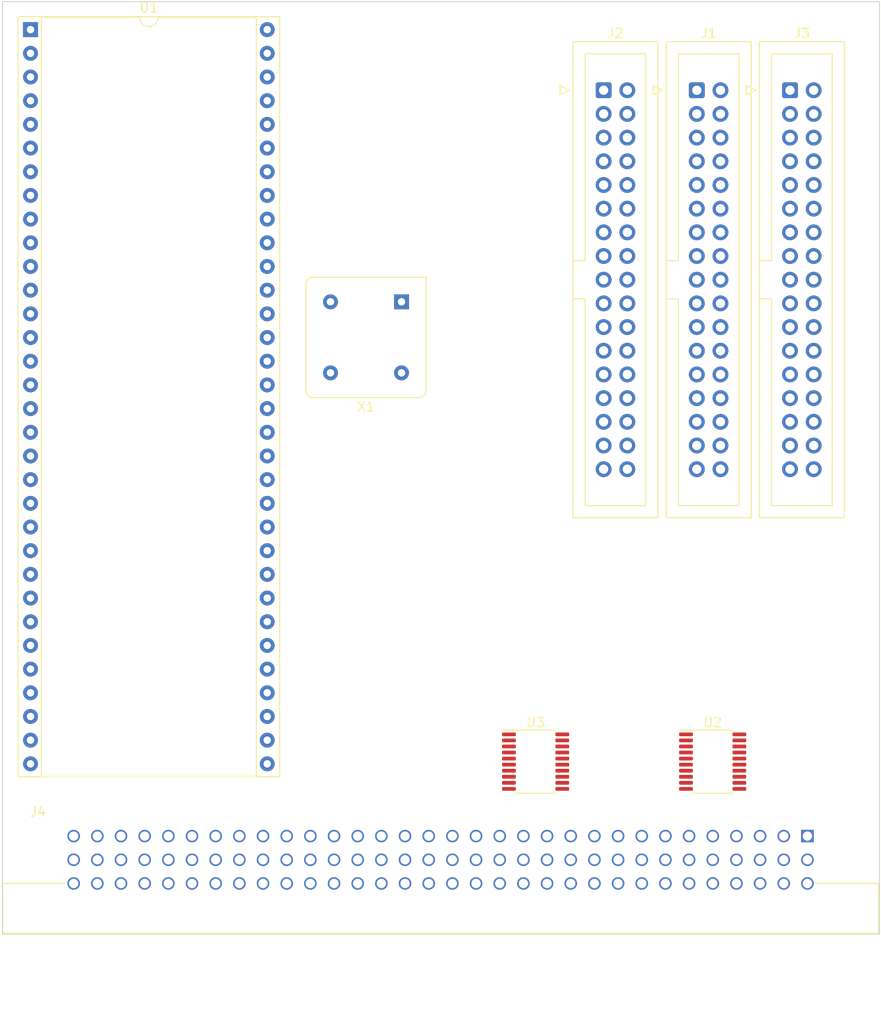
<source format=kicad_pcb>
(kicad_pcb (version 20211014) (generator pcbnew)
  (layers (0 "F.Cu" signal) (31 "B.Cu" signal) (34 "B.Paste" user) (35 "F.Paste" user) (36 "B.SilkS" user "B.Silkscreen") (37 "F.SilkS" user "F.Silkscreen") (38 "B.Mask" user) (39 "F.Mask" user) (44 "Edge.Cuts" user))
  (net 0 "")
  (net 1 "/BUS_A1")
  (net 3 "/BUS_A2")
  (net 5 "/BUS_A3")
  (net 7 "/BUS_A4")
  (net 9 "/BUS_A5")
  (net 10 "+5V")
  (net 11 "/BUS_A6")
  (net 12 "/~{BUS_BERR}")
  (net 13 "/BUS_A7")
  (net 14 "/~{BUS_DTACK}")
  (net 15 "/BUS_A8")
  (net 16 "/BUS_R{slash}~{W}")
  (net 17 "/BUS_A9")
  (net 18 "/~{BUS_LDS}")
  (net 19 "/BUS_A10")
  (net 20 "/~{BUS_UDS}")
  (net 21 "/BUS_A11")
  (net 22 "/~{BUS_AS}")
  (net 23 "/BUS_A12")
  (net 24 "/BUS_A23")
  (net 25 "/BUS_A13")
  (net 26 "/BUS_A22")
  (net 27 "/BUS_A14")
  (net 28 "/BUS_A21")
  (net 29 "/BUS_A15")
  (net 30 "/BUS_A20")
  (net 31 "/BUS_A16")
  (net 32 "/BUS_A19")
  (net 33 "/BUS_A17")
  (net 34 "/BUS_A18")
  (net 35 "/CPU_A1")
  (net 37 "/CPU_A2")
  (net 39 "/CPU_A3")
  (net 41 "/CPU_A4")
  (net 43 "/CPU_A5")
  (net 44 "/DCO")
  (net 45 "/CPU_A6")
  (net 46 "/~{CPU_BERR}")
  (net 47 "/CPU_A7")
  (net 48 "/~{CPU_DTACK}")
  (net 49 "/CPU_A8")
  (net 50 "/CPU_R{slash}~{W}")
  (net 51 "/CPU_A9")
  (net 52 "/~{CPU_LDS}")
  (net 53 "/CPU_A10")
  (net 54 "/~{CPU_UDS}")
  (net 55 "/CPU_A11")
  (net 56 "/~{CPU_AS}")
  (net 57 "/CPU_A12")
  (net 58 "/CPU_A23")
  (net 59 "/CPU_A13")
  (net 60 "/CPU_A22")
  (net 61 "/CPU_A14")
  (net 62 "/CPU_A21")
  (net 63 "/CPU_A15")
  (net 64 "/CPU_A20")
  (net 65 "/CPU_A16")
  (net 66 "/CPU_A19")
  (net 67 "/CPU_A17")
  (net 68 "/CPU_A18")
  (net 71 "/~{BGACK}")
  (net 72 "/~{BG}")
  (net 73 "/~{BR}")
  (net 74 "/D4")
  (net 75 "/D3")
  (net 76 "/D2")
  (net 77 "/D1")
  (net 78 "/D0")
  (net 82 "/CLK")
  (net 83 "GND")
  (net 87 "/E")
  (net 91 "/~{VPA}")
  (net 92 "/FC2")
  (net 93 "/FC1")
  (net 94 "/FC0")
  (net 95 "/D15")
  (net 96 "/D14")
  (net 97 "/D13")
  (net 98 "/D12")
  (net 99 "/D11")
  (net 100 "/D10")
  (net 101 "/D9")
  (net 102 "/D8")
  (net 103 "/D7")
  (net 104 "/D6")
  (net 105 "/D5")
  (net 106 "/~{VMA}")
  (net 107 "/~{IPL2}")
  (net 108 "/~{IPL1}")
  (net 109 "/~{IPL0}")
  (net 110 "/~{RESET}")
  (net 111 "/~{HALT}")
  (net 112 "/CPU_D4")
  (net 114 "/CPU_D3")
  (net 115 "/CPU_D2")
  (net 116 "/CPU_D1")
  (net 117 "/CPU_D0")
  (net 118 "/CPU_D15")
  (net 119 "/CPU_D14")
  (net 120 "/CPU_D13")
  (net 121 "/CPU_D12")
  (net 122 "/CPU_D11")
  (net 123 "/CPU_D10")
  (net 124 "/CPU_D9")
  (net 125 "/CPU_D8")
  (net 126 "/CPU_D7")
  (net 127 "/CPU_D6")
  (net 128 "/CPU_D5")
  (footprint "Connector_IDC:IDC-Header_2x17_P2.54mm_Vertical" (layer "F.Cu") (at 89.5 52.5)
    (fp_text reference "J2" (at 1.27 -6.1) (layer "F.SilkS"))
    (fp_text value "MMU OUT")
    (fp_line (start -4.68 -0.5) (end -4.68 0.5) (layer "F.SilkS") (width 0.12))
    (fp_line (start 5.83 -5.21) (end 5.83 45.85) (layer "F.SilkS") (width 0.12))
    (fp_line (start -3.29 18.27) (end -1.98 18.27) (layer "F.SilkS") (width 0.12))
    (fp_line (start -1.98 22.37) (end -3.29 22.37) (layer "F.SilkS") (width 0.12))
    (fp_line (start -3.29 45.85) (end -3.29 -5.21) (layer "F.SilkS") (width 0.12))
    (fp_line (start 5.83 45.85) (end -3.29 45.85) (layer "F.SilkS") (width 0.12))
    (fp_line (start 4.52 44.55) (end -1.98 44.55) (layer "F.SilkS") (width 0.12))
    (fp_line (start -3.29 -5.21) (end 5.83 -5.21) (layer "F.SilkS") (width 0.12))
    (fp_line (start -1.98 -3.91) (end 4.52 -3.91) (layer "F.SilkS") (width 0.12))
    (fp_line (start -4.68 0.5) (end -3.68 0) (layer "F.SilkS") (width 0.12))
    (fp_line (start -1.98 44.55) (end -1.98 22.37) (layer "F.SilkS") (width 0.12))
    (fp_line (start 4.52 -3.91) (end 4.52 44.55) (layer "F.SilkS") (width 0.12))
    (fp_line (start -3.68 0) (end -4.68 -0.5) (layer "F.SilkS") (width 0.12))
    (fp_line (start -1.98 22.37) (end -1.98 22.37) (layer "F.SilkS") (width 0.12))
    (fp_line (start -1.98 18.27) (end -1.98 -3.91) (layer "F.SilkS") (width 0.12))
    (pad "1" thru_hole roundrect (at 0 0) (size 1.7 1.7) (drill 1) (layers *.Cu *.Mask) (roundrect_rratio 0.1470588235) (net 35 "/CPU_A1"))
    (pad "2" thru_hole circle (at 2.54 0) (size 1.7 1.7) (drill 1) (layers *.Cu *.Mask))
    (pad "3" thru_hole circle (at 0 2.54) (size 1.7 1.7) (drill 1) (layers *.Cu *.Mask) (net 37 "/CPU_A2"))
    (pad "4" thru_hole circle (at 2.54 2.54) (size 1.7 1.7) (drill 1) (layers *.Cu *.Mask))
    (pad "5" thru_hole circle (at 0 5.08) (size 1.7 1.7) (drill 1) (layers *.Cu *.Mask) (net 39 "/CPU_A3"))
    (pad "6" thru_hole circle (at 2.54 5.08) (size 1.7 1.7) (drill 1) (layers *.Cu *.Mask))
    (pad "7" thru_hole circle (at 0 7.62) (size 1.7 1.7) (drill 1) (layers *.Cu *.Mask) (net 41 "/CPU_A4"))
    (pad "8" thru_hole circle (at 2.54 7.62) (size 1.7 1.7) (drill 1) (layers *.Cu *.Mask))
    (pad "9" thru_hole circle (at 0 10.16) (size 1.7 1.7) (drill 1) (layers *.Cu *.Mask) (net 43 "/CPU_A5"))
    (pad "10" thru_hole circle (at 2.54 10.16) (size 1.7 1.7) (drill 1) (layers *.Cu *.Mask) (net 44 "/DCO"))
    (pad "11" thru_hole circle (at 0 12.7) (size 1.7 1.7) (drill 1) (layers *.Cu *.Mask) (net 45 "/CPU_A6"))
    (pad "12" thru_hole circle (at 2.54 12.7) (size 1.7 1.7) (drill 1) (layers *.Cu *.Mask) (net 46 "/~{CPU_BERR}"))
    (pad "13" thru_hole circle (at 0 15.24) (size 1.7 1.7) (drill 1) (layers *.Cu *.Mask) (net 47 "/CPU_A7"))
    (pad "14" thru_hole circle (at 2.54 15.24) (size 1.7 1.7) (drill 1) (layers *.Cu *.Mask) (net 48 "/~{CPU_DTACK}"))
    (pad "15" thru_hole circle (at 0 17.78) (size 1.7 1.7) (drill 1) (layers *.Cu *.Mask) (net 49 "/CPU_A8"))
    (pad "16" thru_hole circle (at 2.54 17.78) (size 1.7 1.7) (drill 1) (layers *.Cu *.Mask) (net 50 "/CPU_R{slash}~{W}"))
    (pad "17" thru_hole circle (at 0 20.32) (size 1.7 1.7) (drill 1) (layers *.Cu *.Mask) (net 51 "/CPU_A9"))
    (pad "18" thru_hole circle (at 2.54 20.32) (size 1.7 1.7) (drill 1) (layers *.Cu *.Mask) (net 52 "/~{CPU_LDS}"))
    (pad "19" thru_hole circle (at 0 22.86) (size 1.7 1.7) (drill 1) (layers *.Cu *.Mask) (net 53 "/CPU_A10"))
    (pad "20" thru_hole circle (at 2.54 22.86) (size 1.7 1.7) (drill 1) (layers *.Cu *.Mask) (net 54 "/~{CPU_UDS}"))
    (pad "21" thru_hole circle (at 0 25.4) (size 1.7 1.7) (drill 1) (layers *.Cu *.Mask) (net 55 "/CPU_A11"))
    (pad "22" thru_hole circle (at 2.54 25.4) (size 1.7 1.7) (drill 1) (layers *.Cu *.Mask) (net 56 "/~{CPU_AS}"))
    (pad "23" thru_hole circle (at 0 27.94) (size 1.7 1.7) (drill 1) (layers *.Cu *.Mask) (net 57 "/CPU_A12"))
    (pad "24" thru_hole circle (at 2.54 27.94) (size 1.7 1.7) (drill 1) (layers *.Cu *.Mask) (net 58 "/CPU_A23"))
    (pad "25" thru_hole circle (at 0 30.48) (size 1.7 1.7) (drill 1) (layers *.Cu *.Mask) (net 59 "/CPU_A13"))
    (pad "26" thru_hole circle (at 2.54 30.48) (size 1.7 1.7) (drill 1) (layers *.Cu *.Mask) (net 60 "/CPU_A22"))
    (pad "27" thru_hole circle (at 0 33.02) (size 1.7 1.7) (drill 1) (layers *.Cu *.Mask) (net 61 "/CPU_A14"))
    (pad "28" thru_hole circle (at 2.54 33.02) (size 1.7 1.7) (drill 1) (layers *.Cu *.Mask) (net 62 "/CPU_A21"))
    (pad "29" thru_hole circle (at 0 35.56) (size 1.7 1.7) (drill 1) (layers *.Cu *.Mask) (net 63 "/CPU_A15"))
    (pad "30" thru_hole circle (at 2.54 35.56) (size 1.7 1.7) (drill 1) (layers *.Cu *.Mask) (net 64 "/CPU_A20"))
    (pad "31" thru_hole circle (at 0 38.1) (size 1.7 1.7) (drill 1) (layers *.Cu *.Mask) (net 65 "/CPU_A16"))
    (pad "32" thru_hole circle (at 2.54 38.1) (size 1.7 1.7) (drill 1) (layers *.Cu *.Mask) (net 66 "/CPU_A19"))
    (pad "33" thru_hole circle (at 0 40.64) (size 1.7 1.7) (drill 1) (layers *.Cu *.Mask) (net 67 "/CPU_A17"))
    (pad "34" thru_hole circle (at 2.54 40.64) (size 1.7 1.7) (drill 1) (layers *.Cu *.Mask) (net 68 "/CPU_A18"))
  )
  (footprint "536366-6:TE_536366-6" (layer "F.Cu") (at 111.37 132.4875)
    (fp_text reference "J4" (at -82.57 -2.5875) (layer "F.SilkS"))
    (fp_text value "Bus_CPU")
    (fp_line (start -86.37 5.08) (end -79.735 5.08) (layer "F.SilkS") (width 0.127))
    (fp_line (start 0.995 5.08) (end 7.63 5.08) (layer "F.SilkS") (width 0.127))
    (fp_line (start -86.37 10.39) (end 7.63 10.39) (layer "F.SilkS") (width 0.127))
    (fp_line (start 7.63 5.08) (end 7.63 10.39) (layer "F.SilkS") (width 0.127))
    (fp_line (start -86.37 10.39) (end -86.37 5.08) (layer "F.SilkS") (width 0.127))
    (pad "" np_thru_hole circle (at -83.82 7.62) (size 2.79 2.79) (drill 2.79) (layers *.Cu *.Mask))
    (pad "" np_thru_hole circle (at 5.08 7.62) (size 2.79 2.79) (drill 2.79) (layers *.Cu *.Mask))
    (pad "A1" thru_hole rect (at 0 0) (size 1.35 1.35) (drill 1) (layers *.Cu *.Mask) (net 1 "/BUS_A1"))
    (pad "A2" thru_hole circle (at -2.54 0) (size 1.35 1.35) (drill 1) (layers *.Cu *.Mask) (net 3 "/BUS_A2"))
    (pad "A3" thru_hole circle (at -5.08 0) (size 1.35 1.35) (drill 1) (layers *.Cu *.Mask) (net 5 "/BUS_A3"))
    (pad "A4" thru_hole circle (at -7.62 0) (size 1.35 1.35) (drill 1) (layers *.Cu *.Mask) (net 7 "/BUS_A4"))
    (pad "A5" thru_hole circle (at -10.16 0) (size 1.35 1.35) (drill 1) (layers *.Cu *.Mask) (net 9 "/BUS_A5"))
    (pad "A6" thru_hole circle (at -12.7 0) (size 1.35 1.35) (drill 1) (layers *.Cu *.Mask) (net 11 "/BUS_A6"))
    (pad "A7" thru_hole circle (at -15.24 0) (size 1.35 1.35) (drill 1) (layers *.Cu *.Mask) (net 13 "/BUS_A7"))
    (pad "A8" thru_hole circle (at -17.78 0) (size 1.35 1.35) (drill 1) (layers *.Cu *.Mask) (net 15 "/BUS_A8"))
    (pad "A9" thru_hole circle (at -20.32 0) (size 1.35 1.35) (drill 1) (layers *.Cu *.Mask) (net 17 "/BUS_A9"))
    (pad "A10" thru_hole circle (at -22.86 0) (size 1.35 1.35) (drill 1) (layers *.Cu *.Mask) (net 19 "/BUS_A10"))
    (pad "A11" thru_hole circle (at -25.4 0) (size 1.35 1.35) (drill 1) (layers *.Cu *.Mask) (net 21 "/BUS_A11"))
    (pad "A12" thru_hole circle (at -27.94 0) (size 1.35 1.35) (drill 1) (layers *.Cu *.Mask) (net 23 "/BUS_A12"))
    (pad "A13" thru_hole circle (at -30.48 0) (size 1.35 1.35) (drill 1) (layers *.Cu *.Mask) (net 25 "/BUS_A13"))
    (pad "A14" thru_hole circle (at -33.02 0) (size 1.35 1.35) (drill 1) (layers *.Cu *.Mask) (net 27 "/BUS_A14"))
    (pad "A15" thru_hole circle (at -35.56 0) (size 1.35 1.35) (drill 1) (layers *.Cu *.Mask) (net 29 "/BUS_A15"))
    (pad "A16" thru_hole circle (at -38.1 0) (size 1.35 1.35) (drill 1) (layers *.Cu *.Mask) (net 31 "/BUS_A16"))
    (pad "A17" thru_hole circle (at -40.64 0) (size 1.35 1.35) (drill 1) (layers *.Cu *.Mask) (net 33 "/BUS_A17"))
    (pad "A18" thru_hole circle (at -43.18 0) (size 1.35 1.35) (drill 1) (layers *.Cu *.Mask) (net 34 "/BUS_A18"))
    (pad "A19" thru_hole circle (at -45.72 0) (size 1.35 1.35) (drill 1) (layers *.Cu *.Mask) (net 32 "/BUS_A19"))
    (pad "A20" thru_hole circle (at -48.26 0) (size 1.35 1.35) (drill 1) (layers *.Cu *.Mask) (net 30 "/BUS_A20"))
    (pad "A21" thru_hole circle (at -50.8 0) (size 1.35 1.35) (drill 1) (layers *.Cu *.Mask) (net 28 "/BUS_A21"))
    (pad "A22" thru_hole circle (at -53.34 0) (size 1.35 1.35) (drill 1) (layers *.Cu *.Mask) (net 26 "/BUS_A22"))
    (pad "A23" thru_hole circle (at -55.88 0) (size 1.35 1.35) (drill 1) (layers *.Cu *.Mask) (net 24 "/BUS_A23"))
    (pad "A24" thru_hole circle (at -58.42 0) (size 1.35 1.35) (drill 1) (layers *.Cu *.Mask))
    (pad "A25" thru_hole circle (at -60.96 0) (size 1.35 1.35) (drill 1) (layers *.Cu *.Mask))
    (pad "A26" thru_hole circle (at -63.5 0) (size 1.35 1.35) (drill 1) (layers *.Cu *.Mask))
    (pad "A27" thru_hole circle (at -66.04 0) (size 1.35 1.35) (drill 1) (layers *.Cu *.Mask))
    (pad "A28" thru_hole circle (at -68.58 0) (size 1.35 1.35) (drill 1) (layers *.Cu *.Mask))
    (pad "A29" thru_hole circle (at -71.12 0) (size 1.35 1.35) (drill 1) (layers *.Cu *.Mask))
    (pad "A30" thru_hole circle (at -73.66 0) (size 1.35 1.35) (drill 1) (layers *.Cu *.Mask))
    (pad "A31" thru_hole circle (at -76.2 0) (size 1.35 1.35) (drill 1) (layers *.Cu *.Mask))
    (pad "A32" thru_hole circle (at -78.74 0) (size 1.35 1.35) (drill 1) (layers *.Cu *.Mask) (net 78 "/D0"))
    (pad "B1" thru_hole circle (at 0 2.54) (size 1.35 1.35) (drill 1) (layers *.Cu *.Mask) (net 77 "/D1"))
    (pad "B2" thru_hole circle (at -2.54 2.54) (size 1.35 1.35) (drill 1) (layers *.Cu *.Mask) (net 76 "/D2"))
    (pad "B3" thru_hole circle (at -5.08 2.54) (size 1.35 1.35) (drill 1) (layers *.Cu *.Mask) (net 75 "/D3"))
    (pad "B4" thru_hole circle (at -7.62 2.54) (size 1.35 1.35) (drill 1) (layers *.Cu *.Mask) (net 74 "/D4"))
    (pad "B5" thru_hole circle (at -10.16 2.54) (size 1.35 1.35) (drill 1) (layers *.Cu *.Mask) (net 105 "/D5"))
    (pad "B6" thru_hole circle (at -12.7 2.54) (size 1.35 1.35) (drill 1) (layers *.Cu *.Mask) (net 104 "/D6"))
    (pad "B7" thru_hole circle (at -15.24 2.54) (size 1.35 1.35) (drill 1) (layers *.Cu *.Mask) (net 103 "/D7"))
    (pad "B8" thru_hole circle (at -17.78 2.54) (size 1.35 1.35) (drill 1) (layers *.Cu *.Mask) (net 102 "/D8"))
    (pad "B9" thru_hole circle (at -20.32 2.54) (size 1.35 1.35) (drill 1) (layers *.Cu *.Mask) (net 101 "/D9"))
    (pad "B10" thru_hole circle (at -22.86 2.54) (size 1.35 1.35) (drill 1) (layers *.Cu *.Mask) (net 100 "/D10"))
    (pad "B11" thru_hole circle (at -25.4 2.54) (size 1.35 1.35) (drill 1) (layers *.Cu *.Mask) (net 99 "/D11"))
    (pad "B12" thru_hole circle (at -27.94 2.54) (size 1.35 1.35) (drill 1) (layers *.Cu *.Mask) (net 98 "/D12"))
    (pad "B13" thru_hole circle (at -30.48 2.54) (size 1.35 1.35) (drill 1) (layers *.Cu *.Mask) (net 97 "/D13"))
    (pad "B14" thru_hole circle (at -33.02 2.54) (size 1.35 1.35) (drill 1) (layers *.Cu *.Mask) (net 96 "/D14"))
    (pad "B15" thru_hole circle (at -35.56 2.54) (size 1.35 1.35) (drill 1) (layers *.Cu *.Mask) (net 95 "/D15"))
    (pad "B16" thru_hole circle (at -38.1 2.54) (size 1.35 1.35) (drill 1) (layers *.Cu *.Mask) (net 12 "/~{BUS_BERR}"))
    (pad "B17" thru_hole circle (at -40.64 2.54) (size 1.35 1.35) (drill 1) (layers *.Cu *.Mask) (net 14 "/~{BUS_DTACK}"))
    (pad "B18" thru_hole circle (at -43.18 2.54) (size 1.35 1.35) (drill 1) (layers *.Cu *.Mask))
    (pad "B19" thru_hole circle (at -45.72 2.54) (size 1.35 1.35) (drill 1) (layers *.Cu *.Mask) (net 20 "/~{BUS_UDS}"))
    (pad "B20" thru_hole circle (at -48.26 2.54) (size 1.35 1.35) (drill 1) (layers *.Cu *.Mask) (net 18 "/~{BUS_LDS}"))
    (pad "B21" thru_hole circle (at -50.8 2.54) (size 1.35 1.35) (drill 1) (layers *.Cu *.Mask) (net 16 "/BUS_R{slash}~{W}"))
    (pad "B22" thru_hole circle (at -53.34 2.54) (size 1.35 1.35) (drill 1) (layers *.Cu *.Mask) (net 91 "/~{VPA}"))
    (pad "B23" thru_hole circle (at -55.88 2.54) (size 1.35 1.35) (drill 1) (layers *.Cu *.Mask) (net 87 "/E"))
    (pad "B24" thru_hole circle (at -58.42 2.54) (size 1.35 1.35) (drill 1) (layers *.Cu *.Mask) (net 106 "/~{VMA}"))
    (pad "B25" thru_hole circle (at -60.96 2.54) (size 1.35 1.35) (drill 1) (layers *.Cu *.Mask) (net 92 "/FC2"))
    (pad "B26" thru_hole circle (at -63.5 2.54) (size 1.35 1.35) (drill 1) (layers *.Cu *.Mask) (net 93 "/FC1"))
    (pad "B27" thru_hole circle (at -66.04 2.54) (size 1.35 1.35) (drill 1) (layers *.Cu *.Mask) (net 94 "/FC0"))
    (pad "B28" thru_hole circle (at -68.58 2.54) (size 1.35 1.35) (drill 1) (layers *.Cu *.Mask))
    (pad "B29" thru_hole circle (at -71.12 2.54) (size 1.35 1.35) (drill 1) (layers *.Cu *.Mask))
    (pad "B30" thru_hole circle (at -73.66 2.54) (size 1.35 1.35) (drill 1) (layers *.Cu *.Mask))
    (pad "B31" thru_hole circle (at -76.2 2.54) (size 1.35 1.35) (drill 1) (layers *.Cu *.Mask) (net 107 "/~{IPL2}"))
    (pad "B32" thru_hole circle (at -78.74 2.54) (size 1.35 1.35) (drill 1) (layers *.Cu *.Mask) (net 108 "/~{IPL1}"))
    (pad "C1" thru_hole circle (at 0 5.08) (size 1.35 1.35) (drill 1) (layers *.Cu *.Mask) (net 109 "/~{IPL0}"))
    (pad "C2" thru_hole circle (at -2.54 5.08) (size 1.35 1.35) (drill 1) (layers *.Cu *.Mask) (net 82 "/CLK"))
    (pad "C3" thru_hole circle (at -5.08 5.08) (size 1.35 1.35) (drill 1) (layers *.Cu *.Mask) (net 83 "GND"))
    (pad "C4" thru_hole circle (at -7.62 5.08) (size 1.35 1.35) (drill 1) (layers *.Cu *.Mask) (net 10 "+5V"))
    (pad "C5" thru_hole circle (at -10.16 5.08) (size 1.35 1.35) (drill 1) (layers *.Cu *.Mask))
    (pad "C6" thru_hole circle (at -12.7 5.08) (size 1.35 1.35) (drill 1) (layers *.Cu *.Mask) (net 110 "/~{RESET}"))
    (pad "C7" thru_hole circle (at -15.24 5.08) (size 1.35 1.35) (drill 1) (layers *.Cu *.Mask) (net 111 "/~{HALT}"))
    (pad "C8" thru_hole circle (at -17.78 5.08) (size 1.35 1.35) (drill 1) (layers *.Cu *.Mask) (net 22 "/~{BUS_AS}"))
    (pad "C9" thru_hole circle (at -20.32 5.08) (size 1.35 1.35) (drill 1) (layers *.Cu *.Mask))
    (pad "C10" thru_hole circle (at -22.86 5.08) (size 1.35 1.35) (drill 1) (layers *.Cu *.Mask))
    (pad "C11" thru_hole circle (at -25.4 5.08) (size 1.35 1.35) (drill 1) (layers *.Cu *.Mask))
    (pad "C12" thru_hole circle (at -27.94 5.08) (size 1.35 1.35) (drill 1) (layers *.Cu *.Mask))
    (pad "C13" thru_hole circle (at -30.48 5.08) (size 1.35 1.35) (drill 1) (layers *.Cu *.Mask))
    (pad "C14" thru_hole circle (at -33.02 5.08) (size 1.35 1.35) (drill 1) (layers *.Cu *.Mask))
    (pad "C15" thru_hole circle (at -35.56 5.08) (size 1.35 1.35) (drill 1) (layers *.Cu *.Mask))
    (pad "C16" thru_hole circle (at -38.1 5.08) (size 1.35 1.35) (drill 1) (layers *.Cu *.Mask))
    (pad "C17" thru_hole circle (at -40.64 5.08) (size 1.35 1.35) (drill 1) (layers *.Cu *.Mask))
    (pad "C18" thru_hole circle (at -43.18 5.08) (size 1.35 1.35) (drill 1) (layers *.Cu *.Mask))
    (pad "C19" thru_hole circle (at -45.72 5.08) (size 1.35 1.35) (drill 1) (layers *.Cu *.Mask))
    (pad "C20" thru_hole circle (at -48.26 5.08) (size 1.35 1.35) (drill 1) (layers *.Cu *.Mask))
    (pad "C21" thru_hole circle (at -50.8 5.08) (size 1.35 1.35) (drill 1) (layers *.Cu *.Mask))
    (pad "C22" thru_hole circle (at -53.34 5.08) (size 1.35 1.35) (drill 1) (layers *.Cu *.Mask))
    (pad "C23" thru_hole circle (at -55.88 5.08) (size 1.35 1.35) (drill 1) (layers *.Cu *.Mask))
    (pad "C24" thru_hole circle (at -58.42 5.08) (size 1.35 1.35) (drill 1) (layers *.Cu *.Mask))
    (pad "C25" thru_hole circle (at -60.96 5.08) (size 1.35 1.35) (drill 1) (layers *.Cu *.Mask))
    (pad "C26" thru_hole circle (at -63.5 5.08) (size 1.35 1.35) (drill 1) (layers *.Cu *.Mask))
    (pad "C27" thru_hole circle (at -66.04 5.08) (size 1.35 1.35) (drill 1) (layers *.Cu *.Mask))
    (pad "C28" thru_hole circle (at -68.58 5.08) (size 1.35 1.35) (drill 1) (layers *.Cu *.Mask))
    (pad "C29" thru_hole circle (at -71.12 5.08) (size 1.35 1.35) (drill 1) (layers *.Cu *.Mask))
    (pad "C30" thru_hole circle (at -73.66 5.08) (size 1.35 1.35) (drill 1) (layers *.Cu *.Mask))
    (pad "C31" thru_hole circle (at -76.2 5.08) (size 1.35 1.35) (drill 1) (layers *.Cu *.Mask))
    (pad "C32" thru_hole circle (at -78.74 5.08) (size 1.35 1.35) (drill 1) (layers *.Cu *.Mask))
  )
  (footprint "Oscillator:Oscillator_DIP-8" (layer "F.Cu") (at 67.81 75.19 180)
    (fp_text reference "X1" (at 3.81 -11.26) (layer "F.SilkS"))
    (fp_text value "16MHz")
    (fp_line (start 9.51 -10.26) (end -1.89 -10.26) (layer "F.SilkS") (width 0.12))
    (fp_line (start 10.26 1.89) (end 10.26 -9.51) (layer "F.SilkS") (width 0.12))
    (fp_line (start -2.64 2.64) (end 9.51 2.64) (layer "F.SilkS") (width 0.12))
    (fp_line (start -2.64 -9.51) (end -2.64 2.64) (layer "F.SilkS") (width 0.12))
    (fp_arc (start -2.64 -9.51) (mid -2.42033 -10.04033) (end -1.89 -10.26) (layer "F.SilkS") (width 0.12))
    (fp_arc (start 9.51 -10.26) (mid 10.04033 -10.04033) (end 10.26 -9.51) (layer "F.SilkS") (width 0.12))
    (fp_arc (start 10.26 1.89) (mid 10.04033 2.42033) (end 9.51 2.64) (layer "F.SilkS") (width 0.12))
    (pad "1" thru_hole rect (at 0 0 180) (size 1.6 1.6) (drill 0.8) (layers *.Cu *.Mask) (net 10 "+5V"))
    (pad "4" thru_hole circle (at 7.62 0 180) (size 1.6 1.6) (drill 0.8) (layers *.Cu *.Mask) (net 83 "GND"))
    (pad "5" thru_hole circle (at 7.62 -7.62 180) (size 1.6 1.6) (drill 0.8) (layers *.Cu *.Mask) (net 82 "/CLK"))
    (pad "8" thru_hole circle (at 0 -7.62 180) (size 1.6 1.6) (drill 0.8) (layers *.Cu *.Mask) (net 10 "+5V"))
  )
  (footprint "Package_SO:TSSOP-20_4.4x6.5mm_P0.65mm" (layer "F.Cu") (at 101.2 124.5)
    (fp_text reference "U2" (at 0 -4.2) (layer "F.SilkS"))
    (fp_text value "74HC245")
    (fp_line (start 0 3.385) (end 2.2 3.385) (layer "F.SilkS") (width 0.12))
    (fp_line (start 0 -3.385) (end -3.6 -3.385) (layer "F.SilkS") (width 0.12))
    (fp_line (start 0 -3.385) (end 2.2 -3.385) (layer "F.SilkS") (width 0.12))
    (fp_line (start 0 3.385) (end -2.2 3.385) (layer "F.SilkS") (width 0.12))
    (pad "1" smd roundrect (at -2.8625 -2.925) (size 1.475 0.4) (layers "F.Cu" "F.Paste" "F.Mask") (net 50 "/CPU_R{slash}~{W}"))
    (pad "2" smd roundrect (at -2.8625 -2.275) (size 1.475 0.4) (layers "F.Cu" "F.Paste" "F.Mask") (net 78 "/D0"))
    (pad "3" smd roundrect (at -2.8625 -1.625) (size 1.475 0.4) (layers "F.Cu" "F.Paste" "F.Mask") (net 77 "/D1"))
    (pad "4" smd roundrect (at -2.8625 -0.975) (size 1.475 0.4) (layers "F.Cu" "F.Paste" "F.Mask") (net 76 "/D2"))
    (pad "5" smd roundrect (at -2.8625 -0.325) (size 1.475 0.4) (layers "F.Cu" "F.Paste" "F.Mask") (net 75 "/D3"))
    (pad "6" smd roundrect (at -2.8625 0.325) (size 1.475 0.4) (layers "F.Cu" "F.Paste" "F.Mask") (net 74 "/D4"))
    (pad "7" smd roundrect (at -2.8625 0.975) (size 1.475 0.4) (layers "F.Cu" "F.Paste" "F.Mask") (net 105 "/D5"))
    (pad "8" smd roundrect (at -2.8625 1.625) (size 1.475 0.4) (layers "F.Cu" "F.Paste" "F.Mask") (net 104 "/D6"))
    (pad "9" smd roundrect (at -2.8625 2.275) (size 1.475 0.4) (layers "F.Cu" "F.Paste" "F.Mask") (net 103 "/D7"))
    (pad "10" smd roundrect (at -2.8625 2.925) (size 1.475 0.4) (layers "F.Cu" "F.Paste" "F.Mask") (net 83 "GND"))
    (pad "11" smd roundrect (at 2.8625 2.925) (size 1.475 0.4) (layers "F.Cu" "F.Paste" "F.Mask") (net 126 "/CPU_D7"))
    (pad "12" smd roundrect (at 2.8625 2.275) (size 1.475 0.4) (layers "F.Cu" "F.Paste" "F.Mask") (net 127 "/CPU_D6"))
    (pad "13" smd roundrect (at 2.8625 1.625) (size 1.475 0.4) (layers "F.Cu" "F.Paste" "F.Mask") (net 128 "/CPU_D5"))
    (pad "14" smd roundrect (at 2.8625 0.975) (size 1.475 0.4) (layers "F.Cu" "F.Paste" "F.Mask") (net 112 "/CPU_D4"))
    (pad "15" smd roundrect (at 2.8625 0.325) (size 1.475 0.4) (layers "F.Cu" "F.Paste" "F.Mask") (net 114 "/CPU_D3"))
    (pad "16" smd roundrect (at 2.8625 -0.325) (size 1.475 0.4) (layers "F.Cu" "F.Paste" "F.Mask") (net 115 "/CPU_D2"))
    (pad "17" smd roundrect (at 2.8625 -0.975) (size 1.475 0.4) (layers "F.Cu" "F.Paste" "F.Mask") (net 116 "/CPU_D1"))
    (pad "18" smd roundrect (at 2.8625 -1.625) (size 1.475 0.4) (layers "F.Cu" "F.Paste" "F.Mask") (net 117 "/CPU_D0"))
    (pad "19" smd roundrect (at 2.8625 -2.275) (size 1.475 0.4) (layers "F.Cu" "F.Paste" "F.Mask") (net 44 "/DCO"))
    (pad "20" smd roundrect (at 2.8625 -2.925) (size 1.475 0.4) (layers "F.Cu" "F.Paste" "F.Mask") (net 10 "+5V"))
  )
  (footprint "Package_DIP:DIP-64_W25.4mm_Socket" (layer "F.Cu") (at 28 46)
    (fp_text reference "U1" (at 12.7 -2.33) (layer "F.SilkS"))
    (fp_text value "68010D")
    (fp_line (start 26.73 -1.39) (end -1.33 -1.39) (layer "F.SilkS") (width 0.12))
    (fp_line (start 1.16 -1.33) (end 1.16 80.07) (layer "F.SilkS") (width 0.12))
    (fp_line (start 26.73 80.13) (end 26.73 -1.39) (layer "F.SilkS") (width 0.12))
    (fp_line (start 1.16 80.07) (end 24.24 80.07) (layer "F.SilkS") (width 0.12))
    (fp_line (start 24.24 -1.33) (end 13.7 -1.33) (layer "F.SilkS") (width 0.12))
    (fp_line (start 24.24 80.07) (end 24.24 -1.33) (layer "F.SilkS") (width 0.12))
    (fp_line (start -1.33 -1.39) (end -1.33 80.13) (layer "F.SilkS") (width 0.12))
    (fp_line (start -1.33 80.13) (end 26.73 80.13) (layer "F.SilkS") (width 0.12))
    (fp_line (start 11.7 -1.33) (end 1.16 -1.33) (layer "F.SilkS") (width 0.12))
    (fp_arc (start 13.7 -1.33) (mid 12.7 -0.33) (end 11.7 -1.33) (layer "F.SilkS") (width 0.12))
    (pad "1" thru_hole rect (at 0 0) (size 1.6 1.6) (drill 0.8) (layers *.Cu *.Mask) (net 112 "/CPU_D4"))
    (pad "2" thru_hole oval (at 0 2.54) (size 1.6 1.6) (drill 0.8) (layers *.Cu *.Mask) (net 114 "/CPU_D3"))
    (pad "3" thru_hole oval (at 0 5.08) (size 1.6 1.6) (drill 0.8) (layers *.Cu *.Mask) (net 115 "/CPU_D2"))
    (pad "4" thru_hole oval (at 0 7.62) (size 1.6 1.6) (drill 0.8) (layers *.Cu *.Mask) (net 116 "/CPU_D1"))
    (pad "5" thru_hole oval (at 0 10.16) (size 1.6 1.6) (drill 0.8) (layers *.Cu *.Mask) (net 117 "/CPU_D0"))
    (pad "6" thru_hole oval (at 0 12.7) (size 1.6 1.6) (drill 0.8) (layers *.Cu *.Mask) (net 56 "/~{CPU_AS}"))
    (pad "7" thru_hole oval (at 0 15.24) (size 1.6 1.6) (drill 0.8) (layers *.Cu *.Mask) (net 54 "/~{CPU_UDS}"))
    (pad "8" thru_hole oval (at 0 17.78) (size 1.6 1.6) (drill 0.8) (layers *.Cu *.Mask) (net 52 "/~{CPU_LDS}"))
    (pad "9" thru_hole oval (at 0 20.32) (size 1.6 1.6) (drill 0.8) (layers *.Cu *.Mask) (net 50 "/CPU_R{slash}~{W}"))
    (pad "10" thru_hole oval (at 0 22.86) (size 1.6 1.6) (drill 0.8) (layers *.Cu *.Mask) (net 48 "/~{CPU_DTACK}"))
    (pad "11" thru_hole oval (at 0 25.4) (size 1.6 1.6) (drill 0.8) (layers *.Cu *.Mask) (net 72 "/~{BG}"))
    (pad "12" thru_hole oval (at 0 27.94) (size 1.6 1.6) (drill 0.8) (layers *.Cu *.Mask) (net 71 "/~{BGACK}"))
    (pad "13" thru_hole oval (at 0 30.48) (size 1.6 1.6) (drill 0.8) (layers *.Cu *.Mask) (net 73 "/~{BR}"))
    (pad "14" thru_hole oval (at 0 33.02) (size 1.6 1.6) (drill 0.8) (layers *.Cu *.Mask) (net 10 "+5V"))
    (pad "15" thru_hole oval (at 0 35.56) (size 1.6 1.6) (drill 0.8) (layers *.Cu *.Mask) (net 82 "/CLK"))
    (pad "16" thru_hole oval (at 0 38.1) (size 1.6 1.6) (drill 0.8) (layers *.Cu *.Mask) (net 83 "GND"))
    (pad "17" thru_hole oval (at 0 40.64) (size 1.6 1.6) (drill 0.8) (layers *.Cu *.Mask) (net 111 "/~{HALT}"))
    (pad "18" thru_hole oval (at 0 43.18) (size 1.6 1.6) (drill 0.8) (layers *.Cu *.Mask) (net 110 "/~{RESET}"))
    (pad "19" thru_hole oval (at 0 45.72) (size 1.6 1.6) (drill 0.8) (layers *.Cu *.Mask) (net 106 "/~{VMA}"))
    (pad "20" thru_hole oval (at 0 48.26) (size 1.6 1.6) (drill 0.8) (layers *.Cu *.Mask) (net 87 "/E"))
    (pad "21" thru_hole oval (at 0 50.8) (size 1.6 1.6) (drill 0.8) (layers *.Cu *.Mask) (net 91 "/~{VPA}"))
    (pad "22" thru_hole oval (at 0 53.34) (size 1.6 1.6) (drill 0.8) (layers *.Cu *.Mask) (net 46 "/~{CPU_BERR}"))
    (pad "23" thru_hole oval (at 0 55.88) (size 1.6 1.6) (drill 0.8) (layers *.Cu *.Mask) (net 107 "/~{IPL2}"))
    (pad "24" thru_hole oval (at 0 58.42) (size 1.6 1.6) (drill 0.8) (layers *.Cu *.Mask) (net 108 "/~{IPL1}"))
    (pad "25" thru_hole oval (at 0 60.96) (size 1.6 1.6) (drill 0.8) (layers *.Cu *.Mask) (net 109 "/~{IPL0}"))
    (pad "26" thru_hole oval (at 0 63.5) (size 1.6 1.6) (drill 0.8) (layers *.Cu *.Mask) (net 92 "/FC2"))
    (pad "27" thru_hole oval (at 0 66.04) (size 1.6 1.6) (drill 0.8) (layers *.Cu *.Mask) (net 93 "/FC1"))
    (pad "28" thru_hole oval (at 0 68.58) (size 1.6 1.6) (drill 0.8) (layers *.Cu *.Mask) (net 94 "/FC0"))
    (pad "29" thru_hole oval (at 0 71.12) (size 1.6 1.6) (drill 0.8) (layers *.Cu *.Mask) (net 35 "/CPU_A1"))
    (pad "30" thru_hole oval (at 0 73.66) (size 1.6 1.6) (drill 0.8) (layers *.Cu *.Mask) (net 37 "/CPU_A2"))
    (pad "31" thru_hole oval (at 0 76.2) (size 1.6 1.6) (drill 0.8) (layers *.Cu *.Mask) (net 39 "/CPU_A3"))
    (pad "32" thru_hole oval (at 0 78.74) (size 1.6 1.6) (drill 0.8) (layers *.Cu *.Mask) (net 41 "/CPU_A4"))
    (pad "33" thru_hole oval (at 25.4 78.74) (size 1.6 1.6) (drill 0.8) (layers *.Cu *.Mask) (net 43 "/CPU_A5"))
    (pad "34" thru_hole oval (at 25.4 76.2) (size 1.6 1.6) (drill 0.8) (layers *.Cu *.Mask) (net 45 "/CPU_A6"))
    (pad "35" thru_hole oval (at 25.4 73.66) (size 1.6 1.6) (drill 0.8) (layers *.Cu *.Mask) (net 47 "/CPU_A7"))
    (pad "36" thru_hole oval (at 25.4 71.12) (size 1.6 1.6) (drill 0.8) (layers *.Cu *.Mask) (net 49 "/CPU_A8"))
    (pad "37" thru_hole oval (at 25.4 68.58) (size 1.6 1.6) (drill 0.8) (layers *.Cu *.Mask) (net 51 "/CPU_A9"))
    (pad "38" thru_hole oval (at 25.4 66.04) (size 1.6 1.6) (drill 0.8) (layers *.Cu *.Mask) (net 53 "/CPU_A10"))
    (pad "39" thru_hole oval (at 25.4 63.5) (size 1.6 1.6) (drill 0.8) (layers *.Cu *.Mask) (net 55 "/CPU_A11"))
    (pad "40" thru_hole oval (at 25.4 60.96) (size 1.6 1.6) (drill 0.8) (layers *.Cu *.Mask) (net 57 "/CPU_A12"))
    (pad "41" thru_hole oval (at 25.4 58.42) (size 1.6 1.6) (drill 0.8) (layers *.Cu *.Mask) (net 59 "/CPU_A13"))
    (pad "42" thru_hole oval (at 25.4 55.88) (size 1.6 1.6) (drill 0.8) (layers *.Cu *.Mask) (net 61 "/CPU_A14"))
    (pad "43" thru_hole oval (at 25.4 53.34) (size 1.6 1.6) (drill 0.8) (layers *.Cu *.Mask) (net 63 "/CPU_A15"))
    (pad "44" thru_hole oval (at 25.4 50.8) (size 1.6 1.6) (drill 0.8) (layers *.Cu *.Mask) (net 65 "/CPU_A16"))
    (pad "45" thru_hole oval (at 25.4 48.26) (size 1.6 1.6) (drill 0.8) (layers *.Cu *.Mask) (net 67 "/CPU_A17"))
    (pad "46" thru_hole oval (at 25.4 45.72) (size 1.6 1.6) (drill 0.8) (layers *.Cu *.Mask) (net 68 "/CPU_A18"))
    (pad "47" thru_hole oval (at 25.4 43.18) (size 1.6 1.6) (drill 0.8) (layers *.Cu *.Mask) (net 66 "/CPU_A19"))
    (pad "48" thru_hole oval (at 25.4 40.64) (size 1.6 1.6) (drill 0.8) (layers *.Cu *.Mask) (net 64 "/CPU_A20"))
    (pad "49" thru_hole oval (at 25.4 38.1) (size 1.6 1.6) (drill 0.8) (layers *.Cu *.Mask) (net 10 "+5V"))
    (pad "50" thru_hole oval (at 25.4 35.56) (size 1.6 1.6) (drill 0.8) (layers *.Cu *.Mask) (net 62 "/CPU_A21"))
    (pad "51" thru_hole oval (at 25.4 33.02) (size 1.6 1.6) (drill 0.8) (layers *.Cu *.Mask) (net 60 "/CPU_A22"))
    (pad "52" thru_hole oval (at 25.4 30.48) (size 1.6 1.6) (drill 0.8) (layers *.Cu *.Mask) (net 58 "/CPU_A23"))
    (pad "53" thru_hole oval (at 25.4 27.94) (size 1.6 1.6) (drill 0.8) (layers *.Cu *.Mask) (net 83 "GND"))
    (pad "54" thru_hole oval (at 25.4 25.4) (size 1.6 1.6) (drill 0.8) (layers *.Cu *.Mask) (net 118 "/CPU_D15"))
    (pad "55" thru_hole oval (at 25.4 22.86) (size 1.6 1.6) (drill 0.8) (layers *.Cu *.Mask) (net 119 "/CPU_D14"))
    (pad "56" thru_hole oval (at 25.4 20.32) (size 1.6 1.6) (drill 0.8) (layers *.Cu *.Mask) (net 120 "/CPU_D13"))
    (pad "57" thru_hole oval (at 25.4 17.78) (size 1.6 1.6) (drill 0.8) (layers *.Cu *.Mask) (net 121 "/CPU_D12"))
    (pad "58" thru_hole oval (at 25.4 15.24) (size 1.6 1.6) (drill 0.8) (layers *.Cu *.Mask) (net 122 "/CPU_D11"))
    (pad "59" thru_hole oval (at 25.4 12.7) (size 1.6 1.6) (drill 0.8) (layers *.Cu *.Mask) (net 123 "/CPU_D10"))
    (pad "60" thru_hole oval (at 25.4 10.16) (size 1.6 1.6) (drill 0.8) (layers *.Cu *.Mask) (net 124 "/CPU_D9"))
    (pad "61" thru_hole oval (at 25.4 7.62) (size 1.6 1.6) (drill 0.8) (layers *.Cu *.Mask) (net 125 "/CPU_D8"))
    (pad "62" thru_hole oval (at 25.4 5.08) (size 1.6 1.6) (drill 0.8) (layers *.Cu *.Mask) (net 126 "/CPU_D7"))
    (pad "63" thru_hole oval (at 25.4 2.54) (size 1.6 1.6) (drill 0.8) (layers *.Cu *.Mask) (net 127 "/CPU_D6"))
    (pad "64" thru_hole oval (at 25.4 0) (size 1.6 1.6) (drill 0.8) (layers *.Cu *.Mask) (net 128 "/CPU_D5"))
  )
  (footprint "Package_SO:TSSOP-20_4.4x6.5mm_P0.65mm" (layer "F.Cu") (at 82.2 124.5)
    (fp_text reference "U3" (at 0 -4.2) (layer "F.SilkS"))
    (fp_text value "74HC245")
    (fp_line (start 0 -3.385) (end 2.2 -3.385) (layer "F.SilkS") (width 0.12))
    (fp_line (start 0 3.385) (end -2.2 3.385) (layer "F.SilkS") (width 0.12))
    (fp_line (start 0 -3.385) (end -3.6 -3.385) (layer "F.SilkS") (width 0.12))
    (fp_line (start 0 3.385) (end 2.2 3.385) (layer "F.SilkS") (width 0.12))
    (pad "1" smd roundrect (at -2.8625 -2.925) (size 1.475 0.4) (layers "F.Cu" "F.Paste" "F.Mask") (net 50 "/CPU_R{slash}~{W}"))
    (pad "2" smd roundrect (at -2.8625 -2.275) (size 1.475 0.4) (layers "F.Cu" "F.Paste" "F.Mask") (net 102 "/D8"))
    (pad "3" smd roundrect (at -2.8625 -1.625) (size 1.475 0.4) (layers "F.Cu" "F.Paste" "F.Mask") (net 101 "/D9"))
    (pad "4" smd roundrect (at -2.8625 -0.975) (size 1.475 0.4) (layers "F.Cu" "F.Paste" "F.Mask") (net 100 "/D10"))
    (pad "5" smd roundrect (at -2.8625 -0.325) (size 1.475 0.4) (layers "F.Cu" "F.Paste" "F.Mask") (net 99 "/D11"))
    (pad "6" smd roundrect (at -2.8625 0.325) (size 1.475 0.4) (layers "F.Cu" "F.Paste" "F.Mask") (net 98 "/D12"))
    (pad "7" smd roundrect (at -2.8625 0.975) (size 1.475 0.4) (layers "F.Cu" "F.Paste" "F.Mask") (net 97 "/D13"))
    (pad "8" smd roundrect (at -2.8625 1.625) (size 1.475 0.4) (layers "F.Cu" "F.Paste" "F.Mask") (net 96 "/D14"))
    (pad "9" smd roundrect (at -2.8625 2.275) (size 1.475 0.4) (layers "F.Cu" "F.Paste" "F.Mask") (net 95 "/D15"))
    (pad "10" smd roundrect (at -2.8625 2.925) (size 1.475 0.4) (layers "F.Cu" "F.Paste" "F.Mask") (net 83 "GND"))
    (pad "11" smd roundrect (at 2.8625 2.925) (size 1.475 0.4) (layers "F.Cu" "F.Paste" "F.Mask") (net 118 "/CPU_D15"))
    (pad "12" smd roundrect (at 2.8625 2.275) (size 1.475 0.4) (layers "F.Cu" "F.Paste" "F.Mask") (net 119 "/CPU_D14"))
    (pad "13" smd roundrect (at 2.8625 1.625) (size 1.475 0.4) (layers "F.Cu" "F.Paste" "F.Mask") (net 120 "/CPU_D13"))
    (pad "14" smd roundrect (at 2.8625 0.975) (size 1.475 0.4) (layers "F.Cu" "F.Paste" "F.Mask") (net 121 "/CPU_D12"))
    (pad "15" smd roundrect (at 2.8625 0.325) (size 1.475 0.4) (layers "F.Cu" "F.Paste" "F.Mask") (net 122 "/CPU_D11"))
    (pad "16" smd roundrect (at 2.8625 -0.325) (size 1.475 0.4) (layers "F.Cu" "F.Paste" "F.Mask") (net 123 "/CPU_D10"))
    (pad "17" smd roundrect (at 2.8625 -0.975) (size 1.475 0.4) (layers "F.Cu" "F.Paste" "F.Mask") (net 124 "/CPU_D9"))
    (pad "18" smd roundrect (at 2.8625 -1.625) (size 1.475 0.4) (layers "F.Cu" "F.Paste" "F.Mask") (net 125 "/CPU_D8"))
    (pad "19" smd roundrect (at 2.8625 -2.275) (size 1.475 0.4) (layers "F.Cu" "F.Paste" "F.Mask") (net 44 "/DCO"))
    (pad "20" smd roundrect (at 2.8625 -2.925) (size 1.475 0.4) (layers "F.Cu" "F.Paste" "F.Mask") (net 10 "+5V"))
  )
  (footprint "Connector_IDC:IDC-Header_2x17_P2.54mm_Vertical" (layer "F.Cu") (at 99.5 52.5)
    (fp_text reference "J1" (at 1.27 -6.1) (layer "F.SilkS"))
    (fp_text value "NULL MMU")
    (fp_line (start -4.68 0.5) (end -3.68 0) (layer "F.SilkS") (width 0.12))
    (fp_line (start -1.98 44.55) (end -1.98 22.37) (layer "F.SilkS") (width 0.12))
    (fp_line (start -1.98 22.37) (end -3.29 22.37) (layer "F.SilkS") (width 0.12))
    (fp_line (start -1.98 -3.91) (end 4.52 -3.91) (layer "F.SilkS") (width 0.12))
    (fp_line (start -3.29 18.27) (end -1.98 18.27) (layer "F.SilkS") (width 0.12))
    (fp_line (start -3.68 0) (end -4.68 -0.5) (layer "F.SilkS") (width 0.12))
    (fp_line (start 4.52 -3.91) (end 4.52 44.55) (layer "F.SilkS") (width 0.12))
    (fp_line (start -3.29 45.85) (end -3.29 -5.21) (layer "F.SilkS") (width 0.12))
    (fp_line (start 4.52 44.55) (end -1.98 44.55) (layer "F.SilkS") (width 0.12))
    (fp_line (start 5.83 -5.21) (end 5.83 45.85) (layer "F.SilkS") (width 0.12))
    (fp_line (start -1.98 22.37) (end -1.98 22.37) (layer "F.SilkS") (width 0.12))
    (fp_line (start -1.98 18.27) (end -1.98 -3.91) (layer "F.SilkS") (width 0.12))
    (fp_line (start -3.29 -5.21) (end 5.83 -5.21) (layer "F.SilkS") (width 0.12))
    (fp_line (start 5.83 45.85) (end -3.29 45.85) (layer "F.SilkS") (width 0.12))
    (fp_line (start -4.68 -0.5) (end -4.68 0.5) (layer "F.SilkS") (width 0.12))
    (pad "1" thru_hole roundrect (at 0 0) (size 1.7 1.7) (drill 1) (layers *.Cu *.Mask) (roundrect_rratio 0.1470588235) (net 1 "/BUS_A1"))
    (pad "2" thru_hole circle (at 2.54 0) (size 1.7 1.7) (drill 1) (layers *.Cu *.Mask))
    (pad "3" thru_hole circle (at 0 2.54) (size 1.7 1.7) (drill 1) (layers *.Cu *.Mask) (net 3 "/BUS_A2"))
    (pad "4" thru_hole circle (at 2.54 2.54) (size 1.7 1.7) (drill 1) (layers *.Cu *.Mask))
    (pad "5" thru_hole circle (at 0 5.08) (size 1.7 1.7) (drill 1) (layers *.Cu *.Mask) (net 5 "/BUS_A3"))
    (pad "6" thru_hole circle (at 2.54 5.08) (size 1.7 1.7) (drill 1) (layers *.Cu *.Mask))
    (pad "7" thru_hole circle (at 0 7.62) (size 1.7 1.7) (drill 1) (layers *.Cu *.Mask) (net 7 "/BUS_A4"))
    (pad "8" thru_hole circle (at 2.54 7.62) (size 1.7 1.7) (drill 1) (layers *.Cu *.Mask))
    (pad "9" thru_hole circle (at 0 10.16) (size 1.7 1.7) (drill 1) (layers *.Cu *.Mask) (net 9 "/BUS_A5"))
    (pad "10" thru_hole circle (at 2.54 10.16) (size 1.7 1.7) (drill 1) (layers *.Cu *.Mask) (net 83 "GND"))
    (pad "11" thru_hole circle (at 0 12.7) (size 1.7 1.7) (drill 1) (layers *.Cu *.Mask) (net 11 "/BUS_A6"))
    (pad "12" thru_hole circle (at 2.54 12.7) (size 1.7 1.7) (drill 1) (layers *.Cu *.Mask) (net 12 "/~{BUS_BERR}"))
    (pad "13" thru_hole circle (at 0 15.24) (size 1.7 1.7) (drill 1) (layers *.Cu *.Mask) (net 13 "/BUS_A7"))
    (pad "14" thru_hole circle (at 2.54 15.24) (size 1.7 1.7) (drill 1) (layers *.Cu *.Mask) (net 14 "/~{BUS_DTACK}"))
    (pad "15" thru_hole circle (at 0 17.78) (size 1.7 1.7) (drill 1) (layers *.Cu *.Mask) (net 15 "/BUS_A8"))
    (pad "16" thru_hole circle (at 2.54 17.78) (size 1.7 1.7) (drill 1) (layers *.Cu *.Mask) (net 16 "/BUS_R{slash}~{W}"))
    (pad "17" thru_hole circle (at 0 20.32) (size 1.7 1.7) (drill 1) (layers *.Cu *.Mask) (net 17 "/BUS_A9"))
    (pad "18" thru_hole circle (at 2.54 20.32) (size 1.7 1.7) (drill 1) (layers *.Cu *.Mask) (net 18 "/~{BUS_LDS}"))
    (pad "19" thru_hole circle (at 0 22.86) (size 1.7 1.7) (drill 1) (layers *.Cu *.Mask) (net 19 "/BUS_A10"))
    (pad "20" thru_hole circle (at 2.54 22.86) (size 1.7 1.7) (drill 1) (layers *.Cu *.Mask) (net 20 "/~{BUS_UDS}"))
    (pad "21" thru_hole circle (at 0 25.4) (size 1.7 1.7) (drill 1) (layers *.Cu *.Mask) (net 21 "/BUS_A11"))
    (pad "22" thru_hole circle (at 2.54 25.4) (size 1.7 1.7) (drill 1) (layers *.Cu *.Mask) (net 22 "/~{BUS_AS}"))
    (pad "23" thru_hole circle (at 0 27.94) (size 1.7 1.7) (drill 1) (layers *.Cu *.Mask) (net 23 "/BUS_A12"))
    (pad "24" thru_hole circle (at 2.54 27.94) (size 1.7 1.7) (drill 1) (layers *.Cu *.Mask) (net 24 "/BUS_A23"))
    (pad "25" thru_hole circle (at 0 30.48) (size 1.7 1.7) (drill 1) (layers *.Cu *.Mask) (net 25 "/BUS_A13"))
    (pad "26" thru_hole circle (at 2.54 30.48) (size 1.7 1.7) (drill 1) (layers *.Cu *.Mask) (net 26 "/BUS_A22"))
    (pad "27" thru_hole circle (at 0 33.02) (size 1.7 1.7) (drill 1) (layers *.Cu *.Mask) (net 27 "/BUS_A14"))
    (pad "28" thru_hole circle (at 2.54 33.02) (size 1.7 1.7) (drill 1) (layers *.Cu *.Mask) (net 28 "/BUS_A21"))
    (pad "29" thru_hole circle (at 0 35.56) (size 1.7 1.7) (drill 1) (layers *.Cu *.Mask) (net 29 "/BUS_A15"))
    (pad "30" thru_hole circle (at 2.54 35.56) (size 1.7 1.7) (drill 1) (layers *.Cu *.Mask) (net 30 "/BUS_A20"))
    (pad "31" thru_hole circle (at 0 38.1) (size 1.7 1.7) (drill 1) (layers *.Cu *.Mask) (net 31 "/BUS_A16"))
    (pad "32" thru_hole circle (at 2.54 38.1) (size 1.7 1.7) (drill 1) (layers *.Cu *.Mask) (net 32 "/BUS_A19"))
    (pad "33" thru_hole circle (at 0 40.64) (size 1.7 1.7) (drill 1) (layers *.Cu *.Mask) (net 33 "/BUS_A17"))
    (pad "34" thru_hole circle (at 2.54 40.64) (size 1.7 1.7) (drill 1) (layers *.Cu *.Mask) (net 34 "/BUS_A18"))
  )
  (footprint "Connector_IDC:IDC-Header_2x17_P2.54mm_Vertical" (layer "F.Cu") (at 109.5 52.5)
    (fp_text reference "J3" (at 1.27 -6.1) (layer "F.SilkS"))
    (fp_text value "DMA OUT")
    (fp_line (start 4.52 44.55) (end -1.98 44.55) (layer "F.SilkS") (width 0.12))
    (fp_line (start -1.98 18.27) (end -1.98 -3.91) (layer "F.SilkS") (width 0.12))
    (fp_line (start -4.68 0.5) (end -3.68 0) (layer "F.SilkS") (width 0.12))
    (fp_line (start -1.98 22.37) (end -3.29 22.37) (layer "F.SilkS") (width 0.12))
    (fp_line (start 5.83 45.85) (end -3.29 45.85) (layer "F.SilkS") (width 0.12))
    (fp_line (start -1.98 -3.91) (end 4.52 -3.91) (layer "F.SilkS") (width 0.12))
    (fp_line (start -1.98 22.37) (end -1.98 22.37) (layer "F.SilkS") (width 0.12))
    (fp_line (start 5.83 -5.21) (end 5.83 45.85) (layer "F.SilkS") (width 0.12))
    (fp_line (start -3.29 45.85) (end -3.29 -5.21) (layer "F.SilkS") (width 0.12))
    (fp_line (start -3.29 -5.21) (end 5.83 -5.21) (layer "F.SilkS") (width 0.12))
    (fp_line (start -3.68 0) (end -4.68 -0.5) (layer "F.SilkS") (width 0.12))
    (fp_line (start -1.98 44.55) (end -1.98 22.37) (layer "F.SilkS") (width 0.12))
    (fp_line (start 4.52 -3.91) (end 4.52 44.55) (layer "F.SilkS") (width 0.12))
    (fp_line (start -4.68 -0.5) (end -4.68 0.5) (layer "F.SilkS") (width 0.12))
    (fp_line (start -3.29 18.27) (end -1.98 18.27) (layer "F.SilkS") (width 0.12))
    (pad "1" thru_hole roundrect (at 0 0) (size 1.7 1.7) (drill 1) (layers *.Cu *.Mask) (roundrect_rratio 0.1470588235) (net 35 "/CPU_A1"))
    (pad "2" thru_hole circle (at 2.54 0) (size 1.7 1.7) (drill 1) (layers *.Cu *.Mask))
    (pad "3" thru_hole circle (at 0 2.54) (size 1.7 1.7) (drill 1) (layers *.Cu *.Mask) (net 37 "/CPU_A2"))
    (pad "4" thru_hole circle (at 2.54 2.54) (size 1.7 1.7) (drill 1) (layers *.Cu *.Mask))
    (pad "5" thru_hole circle (at 0 5.08) (size 1.7 1.7) (drill 1) (layers *.Cu *.Mask) (net 39 "/CPU_A3"))
    (pad "6" thru_hole circle (at 2.54 5.08) (size 1.7 1.7) (drill 1) (layers *.Cu *.Mask) (net 71 "/~{BGACK}"))
    (pad "7" thru_hole circle (at 0 7.62) (size 1.7 1.7) (drill 1) (layers *.Cu *.Mask) (net 41 "/CPU_A4"))
    (pad "8" thru_hole circle (at 2.54 7.62) (size 1.7 1.7) (drill 1) (layers *.Cu *.Mask) (net 72 "/~{BG}"))
    (pad "9" thru_hole circle (at 0 10.16) (size 1.7 1.7) (drill 1) (layers *.Cu *.Mask) (net 43 "/CPU_A5"))
    (pad "10" thru_hole circle (at 2.54 10.16) (size 1.7 1.7) (drill 1) (layers *.Cu *.Mask) (net 73 "/~{BR}"))
    (pad "11" thru_hole circle (at 0 12.7) (size 1.7 1.7) (drill 1) (layers *.Cu *.Mask) (net 45 "/CPU_A6"))
    (pad "12" thru_hole circle (at 2.54 12.7) (size 1.7 1.7) (drill 1) (layers *.Cu *.Mask) (net 46 "/~{CPU_BERR}"))
    (pad "13" thru_hole circle (at 0 15.24) (size 1.7 1.7) (drill 1) (layers *.Cu *.Mask) (net 47 "/CPU_A7"))
    (pad "14" thru_hole circle (at 2.54 15.24) (size 1.7 1.7) (drill 1) (layers *.Cu *.Mask) (net 48 "/~{CPU_DTACK}"))
    (pad "15" thru_hole circle (at 0 17.78) (size 1.7 1.7) (drill 1) (layers *.Cu *.Mask) (net 49 "/CPU_A8"))
    (pad "16" thru_hole circle (at 2.54 17.78) (size 1.7 1.7) (drill 1) (layers *.Cu *.Mask) (net 50 "/CPU_R{slash}~{W}"))
    (pad "17" thru_hole circle (at 0 20.32) (size 1.7 1.7) (drill 1) (layers *.Cu *.Mask) (net 51 "/CPU_A9"))
    (pad "18" thru_hole circle (at 2.54 20.32) (size 1.7 1.7) (drill 1) (layers *.Cu *.Mask) (net 52 "/~{CPU_LDS}"))
    (pad "19" thru_hole circle (at 0 22.86) (size 1.7 1.7) (drill 1) (layers *.Cu *.Mask) (net 53 "/CPU_A10"))
    (pad "20" thru_hole circle (at 2.54 22.86) (size 1.7 1.7) (drill 1) (layers *.Cu *.Mask) (net 54 "/~{CPU_UDS}"))
    (pad "21" thru_hole circle (at 0 25.4) (size 1.7 1.7) (drill 1) (layers *.Cu *.Mask) (net 55 "/CPU_A11"))
    (pad "22" thru_hole circle (at 2.54 25.4) (size 1.7 1.7) (drill 1) (layers *.Cu *.Mask) (net 56 "/~{CPU_AS}"))
    (pad "23" thru_hole circle (at 0 27.94) (size 1.7 1.7) (drill 1) (layers *.Cu *.Mask) (net 57 "/CPU_A12"))
    (pad "24" thru_hole circle (at 2.54 27.94) (size 1.7 1.7) (drill 1) (layers *.Cu *.Mask) (net 58 "/CPU_A23"))
    (pad "25" thru_hole circle (at 0 30.48) (size 1.7 1.7) (drill 1) (layers *.Cu *.Mask) (net 59 "/CPU_A13"))
    (pad "26" thru_hole circle (at 2.54 30.48) (size 1.7 1.7) (drill 1) (layers *.Cu *.Mask) (net 60 "/CPU_A22"))
    (pad "27" thru_hole circle (at 0 33.02) (size 1.7 1.7) (drill 1) (layers *.Cu *.Mask) (net 61 "/CPU_A14"))
    (pad "28" thru_hole circle (at 2.54 33.02) (size 1.7 1.7) (drill 1) (layers *.Cu *.Mask) (net 62 "/CPU_A21"))
    (pad "29" thru_hole circle (at 0 35.56) (size 1.7 1.7) (drill 1) (layers *.Cu *.Mask) (net 63 "/CPU_A15"))
    (pad "30" thru_hole circle (at 2.54 35.56) (size 1.7 1.7) (drill 1) (layers *.Cu *.Mask) (net 64 "/CPU_A20"))
    (pad "31" thru_hole circle (at 0 38.1) (size 1.7 1.7) (drill 1) (layers *.Cu *.Mask) (net 65 "/CPU_A16"))
    (pad "32" thru_hole circle (at 2.54 38.1) (size 1.7 1.7) (drill 1) (layers *.Cu *.Mask) (net 66 "/CPU_A19"))
    (pad "33" thru_hole circle (at 0 40.64) (size 1.7 1.7) (drill 1) (layers *.Cu *.Mask) (net 67 "/CPU_A17"))
    (pad "34" thru_hole circle (at 2.54 40.64) (size 1.7 1.7) (drill 1) (layers *.Cu *.Mask) (net 68 "/CPU_A18"))
  )
  (gr_rect (start 25 43) (end 119.1 143) (layer "Edge.Cuts") (width 0.1) (fill none))
)
</source>
